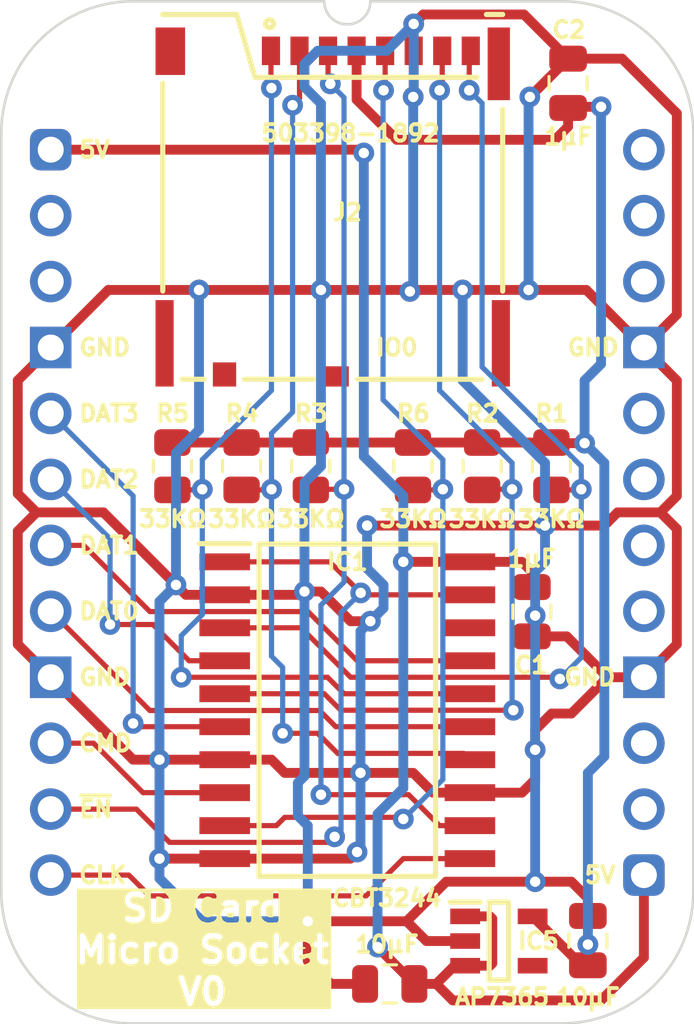
<source format=kicad_pcb>
(kicad_pcb (version 20240108) (generator "pcbnew") (generator_version "8.0")
  (title_block (title "SD Card Micro Socket") (date "2024-07-05") (rev "V0"))
  (layers (0 "F.Cu" signal) (31 "B.Cu" signal) (34 "B.Paste" user) (35 "F.Paste" user) (36 "B.SilkS" user "B.Silkscreen") (37 "F.SilkS" user "F.Silkscreen") (38 "B.Mask" user) (39 "F.Mask" user) (44 "Edge.Cuts" user))
  (net 0 "")
  (net 1 "GND")
  (net 2 "5V")
  (net 3 "Net-(IC1-2B1)")
  (net 4 "SD CMD")
  (net 5 "Net-(IC1-2B3)")
  (net 7 "~{SD Card Enable}")
  (net 8 "Net-(IC1-1B4)")
  (net 9 "Net-(IC1-1B3)")
  (net 10 "DAT1")
  (net 11 "DAT0")
  (net 12 "Net-(IC1-1B2)")
  (net 13 "Net-(IC1-2B4)")
  (net 14 "DAT2")
  (net 15 "DAT3")
  (net 16 "SD CLK")
  (net 20 "/3.3V")
  (footprint "SamacSys_Parts:R_0805" (layer "F.Cu") (at 16.637 12.192)
    (property "Reference" "R2" (at 0 -2.032 180) (layer "F.SilkS") (effects (font (size 0.635 0.635))))
    (property "Value" "33KΩ" (at 0 2.032 0) (layer "F.SilkS") (effects (font (size 0.635 0.635))))
    (fp_line (start -0.745 0.227064) (end -0.745 -0.227064) (stroke (width 0.12)) (layer "F.SilkS"))
    (fp_line (start 0.725 0.227064) (end 0.725 -0.227064) (stroke (width 0.12)) (layer "F.SilkS"))
    (pad "1" smd roundrect (at -0.01 0.9125 90) (size 1.025 1.4) (layers "F.Cu" "F.Paste" "F.Mask") (roundrect_rratio 0.243902) (net 5 "Net-(IC1-2B3)"))
    (pad "2" smd roundrect (at -0.01 -0.9125 90) (size 1.025 1.4) (layers "F.Cu" "F.Paste" "F.Mask") (roundrect_rratio 0.243902) (net 20 "/3.3V"))
  )
  (footprint "SamacSys_Parts:C_0805" (layer "F.Cu") (at 20.701 30.48)
    (property "Reference" "C4" (hide yes))
    (property "Value" "10µF" (at 0 2.159 0) (layer "F.SilkS") (effects (font (size 0.635 0.635))))
    (fp_line (start -0.735 0.245252) (end -0.735 -0.277252) (stroke (width 0.12)) (layer "F.SilkS"))
    (fp_line (start 0.735 0.245252) (end 0.735 -0.277252) (stroke (width 0.12)) (layer "F.SilkS"))
    (pad "1" smd roundrect (at 0 0.934 90) (size 1 1.45) (layers "F.Cu" "F.Paste" "F.Mask") (net 20 "/3.3V"))
    (pad "2" smd roundrect (at 0 -0.966 90) (size 1 1.45) (layers "F.Cu" "F.Paste" "F.Mask") (net 1 "GND"))
  )
  (footprint "SamacSys_Parts:R_0805" (layer "F.Cu") (at 7.366 12.192)
    (property "Reference" "R4" (at 0 -2.032 180) (layer "F.SilkS") (effects (font (size 0.635 0.635))))
    (property "Value" "33KΩ" (at 0 2.032 0) (layer "F.SilkS") (effects (font (size 0.635 0.635))))
    (fp_line (start -0.745 0.227064) (end -0.745 -0.227064) (stroke (width 0.12)) (layer "F.SilkS"))
    (fp_line (start 0.725 0.227064) (end 0.725 -0.227064) (stroke (width 0.12)) (layer "F.SilkS"))
    (pad "1" smd roundrect (at -0.01 0.9125 90) (size 1.025 1.4) (layers "F.Cu" "F.Paste" "F.Mask") (roundrect_rratio 0.243902) (net 9 "Net-(IC1-1B3)"))
    (pad "2" smd roundrect (at -0.01 -0.9125 90) (size 1.025 1.4) (layers "F.Cu" "F.Paste" "F.Mask") (roundrect_rratio 0.243902) (net 20 "/3.3V"))
  )
  (footprint "SamacSys_Parts:R_0805" (layer "F.Cu") (at 19.304 12.192)
    (property "Reference" "R1" (at 0 -2.032 180) (layer "F.SilkS") (effects (font (size 0.635 0.635))))
    (property "Value" "33KΩ" (at 0 2.032 0) (layer "F.SilkS") (effects (font (size 0.635 0.635))))
    (fp_line (start -0.745 0.227064) (end -0.745 -0.227064) (stroke (width 0.12)) (layer "F.SilkS"))
    (fp_line (start 0.725 0.227064) (end 0.725 -0.227064) (stroke (width 0.12)) (layer "F.SilkS"))
    (pad "1" smd roundrect (at -0.01 0.9125 90) (size 1.025 1.4) (layers "F.Cu" "F.Paste" "F.Mask") (roundrect_rratio 0.243902) (net 13 "Net-(IC1-2B4)"))
    (pad "2" smd roundrect (at -0.01 -0.9125 90) (size 1.025 1.4) (layers "F.Cu" "F.Paste" "F.Mask") (roundrect_rratio 0.243902) (net 20 "/3.3V"))
  )
  (footprint "SamacSys_Parts:R_0805" (layer "F.Cu") (at 4.699 12.192)
    (property "Reference" "R5" (at 0 -2.032 180) (layer "F.SilkS") (effects (font (size 0.635 0.635))))
    (property "Value" "33KΩ" (at 0 2.032 0) (layer "F.SilkS") (effects (font (size 0.635 0.635))))
    (fp_line (start -0.745 0.227064) (end -0.745 -0.227064) (stroke (width 0.12)) (layer "F.SilkS"))
    (fp_line (start 0.725 0.227064) (end 0.725 -0.227064) (stroke (width 0.12)) (layer "F.SilkS"))
    (pad "1" smd roundrect (at -0.01 0.9125 90) (size 1.025 1.4) (layers "F.Cu" "F.Paste" "F.Mask") (roundrect_rratio 0.243902) (net 12 "Net-(IC1-1B2)"))
    (pad "2" smd roundrect (at -0.01 -0.9125 90) (size 1.025 1.4) (layers "F.Cu" "F.Paste" "F.Mask") (roundrect_rratio 0.243902) (net 20 "/3.3V"))
  )
  (footprint "SamacSys_Parts:DIP-24_Board_W22.86mm" (layer "F.Cu") (at 0 0)
    (property "Reference" "J1" (hide yes))
    (property "Value" "Conn_02x12_Counter_Clockwise" (hide yes))
    (fp_line (start -1.905 -0.635) (end -1.905 28.575) (stroke (width 0.1)) (layer "Edge.Cuts"))
    (fp_line (start 10.541 -5.715) (end 3.175 -5.715) (stroke (width 0.1)) (layer "Edge.Cuts"))
    (fp_line (start 19.685 -5.715) (end 12.319 -5.715) (stroke (width 0.1)) (layer "Edge.Cuts"))
    (fp_line (start 19.685 33.655) (end 3.175 33.655) (stroke (width 0.1)) (layer "Edge.Cuts"))
    (fp_line (start 24.765 28.575) (end 24.765 -0.635) (stroke (width 0.1)) (layer "Edge.Cuts"))
    (fp_arc (start -1.905 -0.635) (mid -0.417102 -4.227102) (end 3.175 -5.715) (stroke (width 0.1)) (layer "Edge.Cuts"))
    (fp_arc (start 3.175 33.655) (mid -0.417102 32.167102) (end -1.905 28.575) (stroke (width 0.1)) (layer "Edge.Cuts"))
    (fp_arc (start 12.319 -5.715) (mid 11.43 -4.826) (end 10.541 -5.715) (stroke (width 0.1)) (layer "Edge.Cuts"))
    (fp_arc (start 19.685 -5.715) (mid 23.277102 -4.227102) (end 24.765 -0.635) (stroke (width 0.1)) (layer "Edge.Cuts"))
    (fp_arc (start 24.765 28.575) (mid 23.277102 32.167102) (end 19.685 33.655) (stroke (width 0.1)) (layer "Edge.Cuts"))
    (pad "1" thru_hole roundrect (at 0 0) (size 1.6 1.6) (drill 1) (layers "*.Cu" "*.Mask") (net 2 "5V"))
    (pad "2" thru_hole oval (at 0 2.54) (size 1.6 1.6) (drill 1) (layers "*.Cu" "*.Mask"))
    (pad "3" thru_hole oval (at 0 5.08) (size 1.6 1.6) (drill 1) (layers "*.Cu" "*.Mask"))
    (pad "4" thru_hole rect (at 0 7.62) (size 1.6 1.6) (drill 1) (layers "*.Cu" "*.Mask") (net 1 "GND"))
    (pad "5" thru_hole oval (at 0 10.16) (size 1.6 1.6) (drill 1) (layers "*.Cu" "*.Mask") (net 15 "DAT3"))
    (pad "6" thru_hole oval (at 0 12.7) (size 1.6 1.6) (drill 1) (layers "*.Cu" "*.Mask") (net 14 "DAT2"))
    (pad "7" thru_hole oval (at 0 15.24) (size 1.6 1.6) (drill 1) (layers "*.Cu" "*.Mask") (net 10 "DAT1"))
    (pad "8" thru_hole oval (at 0 17.78) (size 1.6 1.6) (drill 1) (layers "*.Cu" "*.Mask") (net 11 "DAT0"))
    (pad "9" thru_hole rect (at 0 20.32) (size 1.6 1.6) (drill 1) (layers "*.Cu" "*.Mask") (net 1 "GND"))
    (pad "10" thru_hole oval (at 0 22.86) (size 1.6 1.6) (drill 1) (layers "*.Cu" "*.Mask") (net 4 "SD CMD"))
    (pad "11" thru_hole oval (at 0 25.4) (size 1.6 1.6) (drill 1) (layers "*.Cu" "*.Mask") (net 7 "~{SD Card Enable}"))
    (pad "12" thru_hole oval (at 0 27.94) (size 1.6 1.6) (drill 1) (layers "*.Cu" "*.Mask") (net 16 "SD CLK"))
    (pad "13" thru_hole roundrect (at 22.86 27.94) (size 1.6 1.6) (drill 1) (layers "*.Cu" "*.Mask") (net 2 "5V"))
    (pad "14" thru_hole oval (at 22.86 25.4) (size 1.6 1.6) (drill 1) (layers "*.Cu" "*.Mask"))
    (pad "15" thru_hole oval (at 22.86 22.86) (size 1.6 1.6) (drill 1) (layers "*.Cu" "*.Mask"))
    (pad "16" thru_hole rect (at 22.86 20.32) (size 1.6 1.6) (drill 1) (layers "*.Cu" "*.Mask") (net 1 "GND"))
    (pad "17" thru_hole oval (at 22.86 17.78 180) (size 1.6 1.6) (drill 1) (layers "*.Cu" "*.Mask"))
    (pad "18" thru_hole oval (at 22.86 15.24 180) (size 1.6 1.6) (drill 1) (layers "*.Cu" "*.Mask"))
    (pad "19" thru_hole oval (at 22.86 12.7 180) (size 1.6 1.6) (drill 1) (layers "*.Cu" "*.Mask"))
    (pad "20" thru_hole oval (at 22.86 10.16 180) (size 1.6 1.6) (drill 1) (layers "*.Cu" "*.Mask"))
    (pad "21" thru_hole rect (at 22.86 7.62) (size 1.6 1.6) (drill 1) (layers "*.Cu" "*.Mask") (net 1 "GND"))
    (pad "22" thru_hole oval (at 22.86 5.08) (size 1.6 1.6) (drill 1) (layers "*.Cu" "*.Mask"))
    (pad "23" thru_hole oval (at 22.86 2.54) (size 1.6 1.6) (drill 1) (layers "*.Cu" "*.Mask"))
    (pad "24" thru_hole oval (at 22.86 0) (size 1.6 1.6) (drill 1) (layers "*.Cu" "*.Mask"))
  )
  (footprint "SamacSys_Parts:R_0805" (layer "F.Cu") (at 13.97 12.192)
    (property "Reference" "R6" (at 0 -2.032 0) (layer "F.SilkS") (effects (font (size 0.635 0.635))))
    (property "Value" "33KΩ" (at 0 2.032 0) (layer "F.SilkS") (effects (font (size 0.635 0.635))))
    (fp_line (start -0.745 0.227064) (end -0.745 -0.227064) (stroke (width 0.12)) (layer "F.SilkS"))
    (fp_line (start 0.725 0.227064) (end 0.725 -0.227064) (stroke (width 0.12)) (layer "F.SilkS"))
    (pad "1" smd roundrect (at -0.01 0.9125 90) (size 1.025 1.4) (layers "F.Cu" "F.Paste" "F.Mask") (roundrect_rratio 0.243902) (net 3 "Net-(IC1-2B1)"))
    (pad "2" smd roundrect (at -0.01 -0.9125 90) (size 1.025 1.4) (layers "F.Cu" "F.Paste" "F.Mask") (roundrect_rratio 0.243902) (net 20 "/3.3V"))
  )
  (footprint "SamacSys_Parts:SOT95P285X130-5N" (layer "F.Cu") (at 17.272 30.48)
    (property "Reference" "IC5" (at 1.524 0 0) (layer "F.SilkS") (effects (font (size 0.635 0.635))))
    (property "Value" "AP7365-33WG-7" (hide yes))
    (property "Silkscreen" "AP7365" (at 0.127 2.159 0) (layer "F.SilkS") (effects (font (size 0.635 0.635))))
    (fp_line (start -1.875 -1.5) (end -0.725 -1.5) (stroke (width 0.2)) (layer "F.SilkS"))
    (fp_line (start -0.375 -1.5) (end 0.375 -1.5) (stroke (width 0.2)) (layer "F.SilkS"))
    (fp_line (start -0.375 1.5) (end -0.375 -1.5) (stroke (width 0.2)) (layer "F.SilkS"))
    (fp_line (start 0.375 -1.5) (end 0.375 1.5) (stroke (width 0.2)) (layer "F.SilkS"))
    (fp_line (start 0.375 1.5) (end -0.375 1.5) (stroke (width 0.2)) (layer "F.SilkS"))
    (pad "1" smd rect (at -1.3 -0.95 90) (size 0.6 1.15) (layers "F.Cu" "F.Paste" "F.Mask") (net 2 "5V"))
    (pad "2" smd rect (at -1.3 0 90) (size 0.6 1.15) (layers "F.Cu" "F.Paste" "F.Mask") (net 1 "GND"))
    (pad "3" smd rect (at -1.3 0.95 90) (size 0.6 1.15) (layers "F.Cu" "F.Paste" "F.Mask") (net 2 "5V"))
    (pad "4" smd rect (at 1.3 0.95 90) (size 0.6 1.15) (layers "F.Cu" "F.Paste" "F.Mask"))
    (pad "5" smd rect (at 1.3 -0.95 90) (size 0.6 1.15) (layers "F.Cu" "F.Paste" "F.Mask") (net 20 "/3.3V"))
  )
  (footprint "SamacSys_Parts:503398-1892" (layer "F.Cu") (at 11.43 2.413 -90)
    (property "Reference" "J2" (at 0 0 180) (layer "F.SilkS") (effects (font (size 0.635 0.635) (thickness 0.15) (bold yes))))
    (property "Value" "503398-1892" (hide yes))
    (property "Silkscreen" "503398-1892" (at -3.048 -0.127 0) (layer "F.SilkS") (effects (font (size 0.635 0.635))))
    (fp_line (start -7.62 7.112) (end -7.62 4.263) (stroke (width 0.2)) (layer "F.SilkS"))
    (fp_line (start -4.97 7.112) (end 3.028 7.112) (stroke (width 0.2)) (layer "F.SilkS"))
    (fp_line (start 6.43 6.372) (end 6.43 5.512) (stroke (width 0.2)) (layer "F.SilkS"))
    (fp_line (start -7.62 4.263) (end -5.2 3.558) (stroke (width 0.2)) (layer "F.SilkS"))
    (fp_line (start 6.43 3.962) (end 6.43 1.312) (stroke (width 0.2)) (layer "F.SilkS"))
    (fp_line (start -5.2 3.558) (end -5.2 -4.997) (stroke (width 0.2)) (layer "F.SilkS"))
    (fp_line (start 6.43 -0.388) (end 6.43 -5.188) (stroke (width 0.2)) (layer "F.SilkS"))
    (fp_line (start -7.62 -5.988) (end -7.62 -5.362) (stroke (width 0.2)) (layer "F.SilkS"))
    (fp_line (start -3.97 -5.988) (end 3.03 -5.988) (stroke (width 0.2)) (layer "F.SilkS"))
    (fp_circle (center -7.264 2.996) (end -7.20943 2.996) (stroke (width 0.2)) (fill none) (layer "F.SilkS"))
    (pad "1" smd rect (at -6.22 2.942) (size 0.7 1.1) (layers "F.Cu" "F.Paste" "F.Mask") (net 12 "Net-(IC1-1B2)"))
    (pad "2" smd rect (at -6.22 1.842) (size 0.7 1.1) (layers "F.Cu" "F.Paste" "F.Mask") (net 9 "Net-(IC1-1B3)"))
    (pad "3" smd rect (at -6.22 0.742) (size 0.7 1.1) (layers "F.Cu" "F.Paste" "F.Mask") (net 8 "Net-(IC1-1B4)"))
    (pad "4" smd rect (at -6.22 -0.358) (size 0.7 1.1) (layers "F.Cu" "F.Paste" "F.Mask") (net 20 "/3.3V"))
    (pad "5" smd rect (at -6.22 -1.458) (size 0.7 1.1) (layers "F.Cu" "F.Paste" "F.Mask") (net 3 "Net-(IC1-2B1)"))
    (pad "6" smd rect (at -6.22 -2.558) (size 0.7 1.1) (layers "F.Cu" "F.Paste" "F.Mask") (net 1 "GND"))
    (pad "7" smd rect (at -6.22 -3.658) (size 0.7 1.1) (layers "F.Cu" "F.Paste" "F.Mask") (net 5 "Net-(IC1-2B3)"))
    (pad "8" smd rect (at -6.22 -4.758) (size 0.7 1.1) (layers "F.Cu" "F.Paste" "F.Mask") (net 13 "Net-(IC1-2B4)"))
    (pad "9" smd rect (at 6.245 4.732) (size 0.9 0.93) (layers "F.Cu" "F.Paste" "F.Mask"))
    (pad "10" smd rect (at 6.32 0.467 90) (size 0.78 1.05) (layers "F.Cu" "F.Paste" "F.Mask"))
    (pad "11" smd rect (at 5.045 -5.918) (size 0.7 3.33) (layers "F.Cu" "F.Paste" "F.Mask"))
    (pad "12" smd rect (at -5.72 -5.838) (size 0.86 2.8) (layers "F.Cu" "F.Paste" "F.Mask"))
    (pad "13" smd rect (at -6.205 6.822) (size 1.14 1.83) (layers "F.Cu" "F.Paste" "F.Mask"))
    (pad "14" smd rect (at 5.045 7.042) (size 0.7 3.33) (layers "F.Cu" "F.Paste" "F.Mask"))
  )
  (footprint "SamacSys_Parts:R_0805" (layer "F.Cu") (at 10.033 12.192)
    (property "Reference" "R3" (at 0 -2.032 180) (layer "F.SilkS") (effects (font (size 0.635 0.635))))
    (property "Value" "33KΩ" (at 0 2.032 0) (layer "F.SilkS") (effects (font (size 0.635 0.635))))
    (fp_line (start -0.745 0.227064) (end -0.745 -0.227064) (stroke (width 0.12)) (layer "F.SilkS"))
    (fp_line (start 0.725 0.227064) (end 0.725 -0.227064) (stroke (width 0.12)) (layer "F.SilkS"))
    (pad "1" smd roundrect (at -0.01 0.9125 90) (size 1.025 1.4) (layers "F.Cu" "F.Paste" "F.Mask") (roundrect_rratio 0.243902) (net 8 "Net-(IC1-1B4)"))
    (pad "2" smd roundrect (at -0.01 -0.9125 90) (size 1.025 1.4) (layers "F.Cu" "F.Paste" "F.Mask") (roundrect_rratio 0.243902) (net 20 "/3.3V"))
  )
  (footprint "SamacSys_Parts:SOIC127P1032X265-20N" (layer "F.Cu") (at 11.43 21.59)
    (property "Reference" "IC1" (at 0 -5.715 0) (layer "F.SilkS") (effects (font (size 0.635 0.635))))
    (property "Value" "CBT3244AD,112" (hide yes))
    (fp_line (start -5.7 -6.415) (end -3.75 -6.415) (stroke (width 0.2)) (layer "F.SilkS"))
    (fp_line (start -3.4 -6.4) (end 3.4 -6.4) (stroke (width 0.2)) (layer "F.SilkS"))
    (fp_line (start -3.4 6.4) (end -3.4 -6.4) (stroke (width 0.2)) (layer "F.SilkS"))
    (fp_line (start 3.4 -6.4) (end 3.4 6.4) (stroke (width 0.2)) (layer "F.SilkS"))
    (fp_line (start 3.4 6.4) (end -3.4 6.4) (stroke (width 0.2)) (layer "F.SilkS"))
    (fp_text user "${Silkscreen}" (at 1.524 7.239 0) (layer "F.SilkS") (effects (font (size 0.635 0.635))))
    (pad "1" smd rect (at -4.725 -5.715 90) (size 0.65 1.95) (layers "F.Cu" "F.Paste" "F.Mask") (net 7 "~{SD Card Enable}"))
    (pad "2" smd rect (at -4.725 -4.445 90) (size 0.65 1.95) (layers "F.Cu" "F.Paste" "F.Mask") (net 1 "GND"))
    (pad "3" smd rect (at -4.725 -3.175 90) (size 0.65 1.95) (layers "F.Cu" "F.Paste" "F.Mask") (net 13 "Net-(IC1-2B4)"))
    (pad "4" smd rect (at -4.725 -1.905 90) (size 0.65 1.95) (layers "F.Cu" "F.Paste" "F.Mask") (net 14 "DAT2"))
    (pad "5" smd rect (at -4.725 -0.635 90) (size 0.65 1.95) (layers "F.Cu" "F.Paste" "F.Mask") (net 5 "Net-(IC1-2B3)"))
    (pad "6" smd rect (at -4.725 0.635 90) (size 0.65 1.95) (layers "F.Cu" "F.Paste" "F.Mask") (net 15 "DAT3"))
    (pad "7" smd rect (at -4.725 1.905 90) (size 0.65 1.95) (layers "F.Cu" "F.Paste" "F.Mask") (net 1 "GND"))
    (pad "8" smd rect (at -4.725 3.175 90) (size 0.65 1.95) (layers "F.Cu" "F.Paste" "F.Mask") (net 4 "SD CMD"))
    (pad "9" smd rect (at -4.725 4.445 90) (size 0.65 1.95) (layers "F.Cu" "F.Paste" "F.Mask") (net 3 "Net-(IC1-2B1)"))
    (pad "10" smd rect (at -4.725 5.715 90) (size 0.65 1.95) (layers "F.Cu" "F.Paste" "F.Mask") (net 1 "GND"))
    (pad "11" smd rect (at 4.725 5.715 90) (size 0.65 1.95) (layers "F.Cu" "F.Paste" "F.Mask") (net 16 "SD CLK"))
    (pad "12" smd rect (at 4.725 4.445 90) (size 0.65 1.95) (layers "F.Cu" "F.Paste" "F.Mask") (net 8 "Net-(IC1-1B4)"))
    (pad "13" smd rect (at 4.725 3.175 90) (size 0.65 1.95) (layers "F.Cu" "F.Paste" "F.Mask") (net 1 "GND"))
    (pad "14" smd rect (at 4.725 1.905 90) (size 0.65 1.95) (layers "F.Cu" "F.Paste" "F.Mask") (net 9 "Net-(IC1-1B3)"))
    (pad "15" smd rect (at 4.725 0.635 90) (size 0.65 1.95) (layers "F.Cu" "F.Paste" "F.Mask") (net 11 "DAT0"))
    (pad "16" smd rect (at 4.725 -0.635 90) (size 0.65 1.95) (layers "F.Cu" "F.Paste" "F.Mask") (net 12 "Net-(IC1-1B2)"))
    (pad "17" smd rect (at 4.725 -1.905 90) (size 0.65 1.95) (layers "F.Cu" "F.Paste" "F.Mask") (net 10 "DAT1"))
    (pad "18" smd rect (at 4.725 -3.175 90) (size 0.65 1.95) (layers "F.Cu" "F.Paste" "F.Mask"))
    (pad "19" smd rect (at 4.725 -4.445 90) (size 0.65 1.95) (layers "F.Cu" "F.Paste" "F.Mask") (net 7 "~{SD Card Enable}"))
    (pad "20" smd rect (at 4.725 -5.715 90) (size 0.65 1.95) (layers "F.Cu" "F.Paste" "F.Mask") (net 2 "5V"))
  )
  (footprint "SamacSys_Parts:C_0805" (layer "F.Cu") (at 19.939 -2.54)
    (property "Reference" "C2" (at 0.026999 -2.075 0) (layer "F.SilkS") (effects (font (size 0.635 0.635))))
    (property "Value" "1μF" (at 0 2.032 0) (layer "F.SilkS") (effects (font (size 0.635 0.635))))
    (fp_line (start -0.735 0.245252) (end -0.735 -0.277252) (stroke (width 0.12)) (layer "F.SilkS"))
    (fp_line (start 0.735 0.245252) (end 0.735 -0.277252) (stroke (width 0.12)) (layer "F.SilkS"))
    (pad "1" smd roundrect (at 0 0.934 90) (size 1 1.45) (layers "F.Cu" "F.Paste" "F.Mask") (net 20 "/3.3V"))
    (pad "2" smd roundrect (at 0 -0.966 90) (size 1 1.45) (layers "F.Cu" "F.Paste" "F.Mask") (net 1 "GND"))
  )
  (footprint "SamacSys_Parts:C_0805" (layer "F.Cu") (at 13.081 32.131 90)
    (property "Reference" "C3" (hide yes))
    (property "Value" "10µF" (at 1.524 -0.127 180) (layer "F.SilkS") (effects (font (size 0.635 0.635))))
    (fp_line (start 0.735 0.245252) (end 0.735 -0.277252) (stroke (width 0.12)) (layer "F.SilkS"))
    (fp_line (start -0.735 0.245252) (end -0.735 -0.277252) (stroke (width 0.12)) (layer "F.SilkS"))
    (pad "1" smd roundrect (at 0 0.934 180) (size 1 1.45) (layers "F.Cu" "F.Paste" "F.Mask") (net 2 "5V"))
    (pad "2" smd roundrect (at 0 -0.966 180) (size 1 1.45) (layers "F.Cu" "F.Paste" "F.Mask") (net 1 "GND"))
  )
  (footprint "SamacSys_Parts:C_0805" (layer "F.Cu") (at 18.542 17.78 180)
    (property "Reference" "C1" (at 0.026999 -2.075 0) (layer "F.SilkS") (effects (font (size 0.635 0.635))))
    (property "Value" "1μF" (at 0 2.032 0) (layer "F.SilkS") (effects (font (size 0.635 0.635))))
    (fp_line (start 0.735 0.245252) (end 0.735 -0.277252) (stroke (width 0.12)) (layer "F.SilkS"))
    (fp_line (start -0.735 0.245252) (end -0.735 -0.277252) (stroke (width 0.12)) (layer "F.SilkS"))
    (pad "1" smd roundrect (at 0 0.934 270) (size 1 1.45) (layers "F.Cu" "F.Paste" "F.Mask") (net 2 "5V"))
    (pad "2" smd roundrect (at 0 -0.966 270) (size 1 1.45) (layers "F.Cu" "F.Paste" "F.Mask") (net 1 "GND"))
  )
  (footprint "SamacSys_Parts:PinHeader_1x12_P2.54mm_Vertical" (layer "B.Cu") (at 22.86 0 180)
    (property "Reference" "J4" (hide yes))
    (property "Value" "Pin_Header_01x12")
  )
  (footprint "SamacSys_Parts:PinHeader_1x12_P2.54mm_Vertical" (layer "B.Cu") (at 0 0 180)
    (property "Reference" "J3" (hide yes))
    (property "Value" "Pin_Header_01x12")
  )
  (gr_text "GND" (at 1.016 20.32 0) (layer "F.SilkS") (effects (font (size 0.635 0.635) (thickness 0.15) (bold yes)) (justify left)))
  (gr_text "DAT0" (at 1.016 17.78 0) (layer "F.SilkS") (effects (font (size 0.635 0.635) (thickness 0.15) (bold yes)) (justify left)))
  (gr_text "CLK" (at 1.016 27.94 0) (layer "F.SilkS") (effects (font (size 0.635 0.635) (thickness 0.15) (bold yes)) (justify left)))
  (gr_text "SD Card\nMicro Socket\nV0" (at 5.842 33.02 0) (layer "F.SilkS" knockout) (effects (font (size 1 1) (thickness 0.2) (bold yes)) (justify bottom)))
  (gr_text "5V" (at 1.016 0 0) (layer "F.SilkS") (effects (font (size 0.635 0.635) (thickness 0.15) (bold yes)) (justify left)))
  (gr_text "GND" (at 21.971 7.62 0) (layer "F.SilkS") (effects (font (size 0.635 0.635) (thickness 0.15) (bold yes)) (justify right)))
  (gr_text "GND" (at 1.016 7.62 0) (layer "F.SilkS") (effects (font (size 0.635 0.635) (thickness 0.15) (bold yes)) (justify left)))
  (gr_text "DAT1" (at 1.016 15.24 0) (layer "F.SilkS") (effects (font (size 0.635 0.635) (thickness 0.15) (bold yes)) (justify left)))
  (gr_text "CMD" (at 1.016 22.86 0) (layer "F.SilkS") (effects (font (size 0.635 0.635) (thickness 0.15) (bold yes)) (justify left)))
  (gr_text "IO0" (at 14.224 7.62 0) (layer "F.SilkS") (effects (font (size 0.635 0.635) (thickness 0.15) (bold yes)) (justify right)))
  (gr_text "~{EN}" (at 1.016 25.4 0) (layer "F.SilkS") (effects (font (size 0.635 0.635) (thickness 0.15) (bold yes)) (justify left)))
  (gr_text "GND" (at 21.844 20.32 0) (layer "F.SilkS") (effects (font (size 0.635 0.635) (thickness 0.15) (bold yes)) (justify right)))
  (gr_text "DAT2" (at 1.016 12.7 0) (layer "F.SilkS") (effects (font (size 0.635 0.635) (thickness 0.15) (bold yes)) (justify left)))
  (gr_text "5V" (at 21.844 27.94 0) (layer "F.SilkS") (effects (font (size 0.635 0.635) (thickness 0.15) (bold yes)) (justify right)))
  (gr_text "DAT3" (at 1.016 10.16 0) (layer "F.SilkS") (effects (font (size 0.635 0.635) (thickness 0.15) (bold yes)) (justify left)))
  (segment (start 18.669 22.352) (end 19.304 21.717) (width 0.38) (layer "F.Cu") (net 1))
  (segment (start 19.939 -3.506) (end 18.238 -5.207) (width 0.38) (layer "F.Cu") (net 1))
  (segment (start 18.465002 -2.032002) (end 18.465002 -2.032) (width 0.38) (layer "F.Cu") (net 1))
  (segment (start 0 7.62) (end 2.217 5.403) (width 0.38) (layer "F.Cu") (net 1))
  (segment (start 19.304 21.717) (end 20.066 21.717) (width 0.38) (layer "F.Cu") (net 1))
  (segment (start 13.901 5.403) (end 15.875 5.403) (width 0.38) (layer "F.Cu") (net 1))
  (segment (start 6.705 27.305) (end 11.551 27.305) (width 0.38) (layer "F.Cu") (net 1))
  (segment (start 21.463 20.32) (end 22.86 20.32) (width 0.38) (layer "F.Cu") (net 1))
  (segment (start 6.705 23.495) (end 3.175 23.495) (width 0.38) (layer "F.Cu") (net 1))
  (segment (start 9.906 31.242) (end 9.906 29.717998) (width 0.38) (layer "F.Cu") (net 1))
  (segment (start -1.27 13.247729) (end -1.27 8.89) (width 0.38) (layer "F.Cu") (net 1))
  (segment (start 19.889 18.746) (end 21.463 20.32) (width 0.38) (layer "F.Cu") (net 1))
  (segment (start -1.27 8.89) (end 0 7.62) (width 0.38) (layer "F.Cu") (net 1))
  (segment (start -0.547729 13.97) (end 2.032 13.97) (width 0.38) (layer "F.Cu") (net 1))
  (segment (start 6.705 17.145) (end 5.207 17.145) (width 0.38) (layer "F.Cu") (net 1))
  (segment (start 9.779 17.018) (end 10.414 17.018) (width 0.38) (layer "F.Cu") (net 1))
  (segment (start 5.207 17.145) (end 4.826 16.764) (width 0.38) (layer "F.Cu") (net 1))
  (segment (start 13.988 -3.807) (end 13.988 -2.05) (width 0.38) (layer "F.Cu") (net 1))
  (segment (start 13.785 5.403) (end 10.414 5.403) (width 0.38) (layer "F.Cu") (net 1))
  (segment (start 13.988 -4.844) (end 13.987997 -4.843997) (width 0.38) (layer "F.Cu") (net 1))
  (segment (start 10.414 17.018) (end 11.557 18.161) (width 0.38) (layer "F.Cu") (net 1))
  (segment (start -0.547729 13.97) (end -1.27 13.247729) (width 0.38) (layer "F.Cu") (net 1))
  (segment (start 11.557 18.161) (end 12.319 18.161) (width 0.38) (layer "F.Cu") (net 1))
  (segment (start 13.988 -3.807) (end 13.988 -4.844) (width 0.38) (layer "F.Cu") (net 1))
  (segment (start 14.732 24.765) (end 13.97 24.003) (width 0.38) (layer "F.Cu") (net 1))
  (segment (start 13.715998 29.717998) (end 9.906 29.717998) (width 0.38) (layer "F.Cu") (net 1))
  (segment (start 19.939 -3.506) (end 22.021 -3.506) (width 0.38) (layer "F.Cu") (net 1))
  (segment (start 6.705 17.145) (end 9.652 17.145) (width 0.38) (layer "F.Cu") (net 1))
  (segment (start 18.161 24.765) (end 18.669 24.257) (width 0.38) (layer "F.Cu") (net 1))
  (segment (start 11.551 27.305) (end 11.805 27.051) (width 0.38) (layer "F.Cu") (net 1))
  (segment (start -1.27 19.05) (end -1.27 14.692271) (width 0.38) (layer "F.Cu") (net 1))
  (segment (start 16.155 24.765) (end 18.161 24.765) (width 0.38) (layer "F.Cu") (net 1))
  (segment (start 20.701 29.514) (end 20.701 28.829) (width 0.38) (layer "F.Cu") (net 1))
  (segment (start 20.066 21.717) (end 21.463 20.32) (width 0.38) (layer "F.Cu") (net 1))
  (segment (start 19.05 14.478) (end 12.192004 14.478) (width 0.38) (layer "F.Cu") (net 1))
  (segment (start 20.065996 28.193996) (end 18.669 28.193996) (width 0.38) (layer "F.Cu") (net 1))
  (segment (start 19.05 14.478) (end 21.336 14.478) (width 0.38) (layer "F.Cu") (net 1))
  (segment (start 20.701 28.829) (end 20.065996 28.193996) (width 0.38) (layer "F.Cu") (net 1))
  (segment (start 15.24 28.193996) (end 18.669 28.193996) (width 0.38) (layer "F.Cu") (net 1))
  (segment (start 20.643 5.403) (end 22.86 7.62) (width 0.38) (layer "F.Cu") (net 1))
  (segment (start 13.715998 29.717998) (end 15.24 28.193996) (width 0.38) (layer "F.Cu") (net 1))
  (segment (start 24.13 8.89) (end 22.86 7.62) (width 0.38) (layer "F.Cu") (net 1))
  (segment (start 18.669 24.257) (end 18.669 23.114) (width 0.38) (layer "F.Cu") (net 1))
  (segment (start 10.414 5.403) (end 5.715 5.403) (width 0.38) (layer "F.Cu") (net 1))
  (segment (start 15.875 5.403) (end 20.643 5.403) (width 0.38) (layer "F.Cu") (net 1))
  (segment (start 18.238 -5.207) (end 14.351 -5.207) (width 0.38) (layer "F.Cu") (net 1))
  (segment (start 15.972 30.48) (end 14.478 30.48) (width 0.38) (layer "F.Cu") (net 1))
  (segment (start 24.13 19.05) (end 24.13 14.605) (width 0.38) (layer "F.Cu") (net 1))
  (segment (start 11.938 24.003) (end 9.017 24.003) (width 0.38) (layer "F.Cu") (net 1))
  (segment (start -1.27 14.692271) (end -0.547729 13.97) (width 0.38) (layer "F.Cu") (net 1))
  (segment (start 16.155 24.765) (end 14.732 24.765) (width 0.38) (layer "F.Cu") (net 1))
  (segment (start 0 20.32) (end -1.27 19.05) (width 0.38) (layer "F.Cu") (net 1))
  (segment (start 2.217 5.403) (end 5.715 5.403) (width 0.38) (layer "F.Cu") (net 1))
  (segment (start 9.017 24.003) (end 8.509 23.495) (width 0.38) (layer "F.Cu") (net 1))
  (segment (start 13.988 -2.05) (end 13.97 -2.032) (width 0.38) (layer "F.Cu") (net 1))
  (segment (start 24.13 14.605) (end 23.495 13.97) (width 0.38) (layer "F.Cu") (net 1))
  (segment (start 21.336 14.478) (end 21.844 13.97) (width 0.38) (layer "F.Cu") (net 1))
  (segment (start 13.97 24.003) (end 11.938 24.003) (width 0.38) (layer "F.Cu") (net 1))
  (segment (start 24.13 -1.397) (end 24.13 6.35) (width 0.38) (layer "F.Cu") (net 1))
  (segment (start 18.542 18.746) (end 19.889 18.746) (width 0.38) (layer "F.Cu") (net 1))
  (segment (start 8.509 23.495) (end 6.705 23.495) (width 0.38) (layer "F.Cu") (net 1))
  (segment (start 14.351 -5.207) (end 13.987997 -4.843997) (width 0.38) (layer "F.Cu") (net 1))
  (segment (start 19.939 -3.506) (end 18.465002 -2.032002) (width 0.38) (layer "F.Cu") (net 1))
  (segment (start 2.032 13.97) (end 4.826 16.764) (width 0.38) (layer "F.Cu") (net 1))
  (segment (start 24.13 6.35) (end 22.86 7.62) (width 0.38) (layer "F.Cu") (net 1))
  (segment (start 21.844 13.97) (end 23.495 13.97) (width 0.38) (layer "F.Cu") (net 1))
  (segment (start 14.478 30.48) (end 13.715998 29.717998) (width 0.38) (layer "F.Cu") (net 1))
  (segment (start 18.669 23.114) (end 18.669 22.352) (width 0.38) (layer "F.Cu") (net 1))
  (segment (start 22.86 20.32) (end 24.13 19.05) (width 0.38) (layer "F.Cu") (net 1))
  (segment (start 13.843 5.461) (end 13.785 5.403) (width 0.38) (layer "F.Cu") (net 1))
  (segment (start 9.652 17.145) (end 9.779 17.018) (width 0.38) (layer "F.Cu") (net 1))
  (segment (start 13.843 5.461) (end 13.901 5.403) (width 0.38) (layer "F.Cu") (net 1))
  (segment (start 23.495 13.97) (end 24.13 13.335) (width 0.38) (layer "F.Cu") (net 1))
  (segment (start 3.175 23.495) (end 0 20.32) (width 0.38) (layer "F.Cu") (net 1))
  (segment (start 12.115 32.131) (end 10.795 32.131) (width 0.38) (layer "F.Cu") (net 1))
  (segment (start 24.13 13.335) (end 24.13 8.89) (width 0.38) (layer "F.Cu") (net 1))
  (segment (start 6.705 27.305) (end 4.190996 27.305) (width 0.38) (layer "F.Cu") (net 1))
  (segment (start 10.795 32.131) (end 9.906 31.242) (width 0.38) (layer "F.Cu") (net 1))
  (segment (start 12.192004 14.478) (end 12.192 14.477996) (width 0.38) (layer "F.Cu") (net 1))
  (segment (start 22.021 -3.506) (end 24.13 -1.397) (width 0.38) (layer "F.Cu") (net 1))
  (via (at 11.805 27.051) (size 0.8) (drill 0.4) (layers "F.Cu" "B.Cu") (net 1))
  (via (at 19.05 14.478) (size 0.8) (drill 0.4) (layers "F.Cu" "B.Cu") (net 1))
  (via (at 18.669 28.193996) (size 0.8) (drill 0.4) (layers "F.Cu" "B.Cu") (net 1))
  (via (at 12.192 14.477996) (size 0.8) (drill 0.4) (layers "F.Cu" "B.Cu") (net 1))
  (via (at 9.906 29.717998) (size 0.8) (drill 0.4) (layers "F.Cu" "B.Cu") (net 1))
  (via (at 4.190996 27.305) (size 0.8) (drill 0.4) (layers "F.Cu" "B.Cu") (net 1))
  (via (at 18.415 5.403) (size 0.8) (drill 0.4) (layers "F.Cu" "B.Cu") (net 1))
  (via (at 18.465002 -2.032) (size 0.8) (drill 0.4) (layers "F.Cu" "B.Cu") (net 1))
  (via (at 18.669 23.114) (size 0.8) (drill 0.4) (layers "F.Cu" "B.Cu") (net 1))
  (via (at 13.97 -2.032) (size 0.8) (drill 0.4) (layers "F.Cu" "B.Cu") (net 1))
  (via (at 12.319 18.161) (size 0.8) (drill 0.4) (layers "F.Cu" "B.Cu") (net 1))
  (via (at 5.715 5.403) (size 0.8) (drill 0.4) (layers "F.Cu" "B.Cu") (net 1))
  (via (at 13.843 5.461) (size 0.8) (drill 0.4) (layers "F.Cu" "B.Cu") (net 1))
  (via (at 13.987997 -4.843997) (size 0.8) (drill 0.4) (layers "F.Cu" "B.Cu") (net 1))
  (via (at 4.191 23.495) (size 0.8) (drill 0.4) (layers "F.Cu" "B.Cu") (net 1))
  (via (at 15.875 5.403) (size 0.8) (drill 0.4) (layers "F.Cu" "B.Cu") (net 1))
  (via (at 18.669 17.946) (size 0.8) (drill 0.4) (layers "F.Cu" "B.Cu") (net 1))
  (via (at 9.779 17.018) (size 0.8) (drill 0.4) (layers "F.Cu" "B.Cu") (net 1))
  (via (at 4.826 16.764) (size 0.8) (drill 0.4) (layers "F.Cu" "B.Cu") (net 1))
  (via (at 11.938 24.003) (size 0.8) (drill 0.4) (layers "F.Cu" "B.Cu") (net 1))
  (via (at 10.414 5.403) (size 0.8) (drill 0.4) (layers "F.Cu" "B.Cu") (net 1))
  (segment (start 18.415 -1.981998) (end 18.465002 -2.032) (width 0.38) (layer "B.Cu") (net 1))
  (segment (start 12.319 18.161) (end 11.938 18.542) (width 0.38) (layer "B.Cu") (net 1))
  (segment (start 9.779 -3.302) (end 10.287 -3.81) (width 0.38) (layer "B.Cu") (net 1))
  (segment (start 19.05 15.875) (end 19.05 14.478) (width 0.38) (layer "B.Cu") (net 1))
  (segment (start 10.287 -3.81) (end 12.954 -3.81) (width 0.38) (layer "B.Cu") (net 1))
  (segment (start 4.826 16.764) (end 4.826 11.684) (width 0.38) (layer "B.Cu") (net 1))
  (segment (start 9.906 29.717998) (end 5.841998 29.717998) (width 0.38) (layer "B.Cu") (net 1))
  (segment (start 12.827 16.764) (end 12.192 16.129) (width 0.38) (layer "B.Cu") (net 1))
  (segment (start 11.938 18.542) (end 11.938 24.003) (width 0.38) (layer "B.Cu") (net 1))
  (segment (start 10.414 12.192) (end 10.414 5.403) (width 0.38) (layer "B.Cu") (net 1))
  (segment (start 9.525 24.384) (end 9.779 24.13) (width 0.38) (layer "B.Cu") (net 1))
  (segment (start 12.827 17.653) (end 12.827 16.764) (width 0.38) (layer "B.Cu") (net 1))
  (segment (start 18.669 23.114) (end 18.669 28.193996) (width 0.38) (layer "B.Cu") (net 1))
  (segment (start 9.779 24.13) (end 9.779 17.018) (width 0.38) (layer "B.Cu") (net 1))
  (segment (start 13.97 5.334) (end 13.843 5.461) (width 0.38) (layer "B.Cu") (net 1))
  (segment (start 4.191 17.399) (end 4.191 23.495) (width 0.38) (layer "B.Cu") (net 1))
  (segment (start 11.938 24.003) (end 11.938 26.918) (width 0.38) (layer "B.Cu") (net 1))
  (segment (start 11.938 26.918) (end 11.805 27.051) (width 0.38) (layer "B.Cu") (net 1))
  (segment (start 13.97 -2.032) (end 13.97 5.334) (width 0.38) (layer "B.Cu") (net 1))
  (segment (start 13.987997 -2.049997) (end 13.987997 -4.843997) (width 0.38) (layer "B.Cu") (net 1))
  (segment (start 12.954 -3.81) (end 13.987997 -4.843997) (width 0.38) (layer "B.Cu") (net 1))
  (segment (start 19.05 12.065) (end 15.875 8.89) (width 0.38) (layer "B.Cu") (net 1))
  (segment (start 4.191 23.495) (end 4.191 27.304996) (width 0.38) (layer "B.Cu") (net 1))
  (segment (start 18.669 17.946) (end 18.669 16.256) (width 0.38) (layer "B.Cu") (net 1))
  (segment (start 18.669 17.946) (end 18.669 23.114) (width 0.38) (layer "B.Cu") (net 1))
  (segment (start 4.826 11.684) (end 5.715 10.795) (width 0.38) (layer "B.Cu") (net 1))
  (segment (start 4.191 27.304996) (end 4.190996 27.305) (width 0.38) (layer "B.Cu") (net 1))
  (segment (start 15.875 8.89) (end 15.875 5.403) (width 0.38) (layer "B.Cu") (net 1))
  (segment (start 12.192 16.129) (end 12.192 14.477996) (width 0.38) (layer "B.Cu") (net 1))
  (segment (start 4.190996 28.066996) (end 4.190996 27.305) (width 0.38) (layer "B.Cu") (net 1))
  (segment (start 18.415 5.403) (end 18.415 -1.981998) (width 0.38) (layer "B.Cu") (net 1))
  (segment (start 19.05 14.478) (end 19.05 12.065) (width 0.38) (layer "B.Cu") (net 1))
  (segment (start 10.414 -1.778) (end 9.779 -2.413) (width 0.38) (layer "B.Cu") (net 1))
  (segment (start 9.779 -2.413) (end 9.779 -3.302) (width 0.38) (layer "B.Cu") (net 1))
  (segment (start 10.414 5.403) (end 10.414 -1.778) (width 0.38) (layer "B.Cu") (net 1))
  (segment (start 9.779 17.018) (end 9.779 12.827) (width 0.38) (layer "B.Cu") (net 1))
  (segment (start 9.906 26.035) (end 9.525 25.654) (width 0.38) (layer "B.Cu") (net 1))
  (segment (start 9.525 25.654) (end 9.525 24.384) (width 0.38) (layer "B.Cu") (net 1))
  (segment (start 13.97 -2.032) (end 13.987997 -2.049997) (width 0.38) (layer "B.Cu") (net 1))
  (segment (start 9.779 12.827) (end 10.414 12.192) (width 0.38) (layer "B.Cu") (net 1))
  (segment (start 5.715 10.795) (end 5.715 5.403) (width 0.38) (layer "B.Cu") (net 1))
  (segment (start 18.669 16.256) (end 19.05 15.875) (width 0.38) (layer "B.Cu") (net 1))
  (segment (start 4.826 16.764) (end 4.191 17.399) (width 0.38) (layer "B.Cu") (net 1))
  (segment (start 9.906 29.717998) (end 9.906 26.035) (width 0.38) (layer "B.Cu") (net 1))
  (segment (start 5.841998 29.717998) (end 4.190996 28.066996) (width 0.38) (layer "B.Cu") (net 1))
  (segment (start 12.319 18.161) (end 12.827 17.653) (width 0.38) (layer "B.Cu") (net 1))
  (segment (start 15.494 32.766) (end 21.209 32.766) (width 0.38) (layer "F.Cu") (net 2))
  (segment (start 18.542 16.846) (end 18.542 16.256) (width 0.38) (layer "F.Cu") (net 2))
  (segment (start 22.86 31.115) (end 22.86 27.94) (width 0.38) (layer "F.Cu") (net 2))
  (segment (start 14.015 32.131) (end 14.859 32.131) (width 0.38) (layer "F.Cu") (net 2))
  (segment (start 14.859 32.131) (end 15.56 31.43) (width 0.38) (layer "F.Cu") (net 2))
  (segment (start 21.209 32.766) (end 22.86 31.115) (width 0.38) (layer "F.Cu") (net 2))
  (segment (start 12.065 0.127) (end 11.938 0) (width 0.38) (layer "F.Cu") (net 2))
  (segment (start 16.927 31.43) (end 15.972 31.43) (width 0.38) (layer "F.Cu") (net 2))
  (segment (start 11.938 0) (end 0 0) (width 0.38) (layer "F.Cu") (net 2))
  (segment (start 14.015 32.131) (end 12.595497 30.711497) (width 0.38) (layer "F.Cu") (net 2))
  (segment (start 18.542 16.256) (end 18.161 15.875) (width 0.38) (layer "F.Cu") (net 2))
  (segment (start 13.589 15.875) (end 16.155 15.875) (width 0.38) (layer "F.Cu") (net 2))
  (segment (start 18.161 15.875) (end 16.155 15.875) (width 0.38) (layer "F.Cu") (net 2))
  (segment (start 15.56 31.43) (end 15.972 31.43) (width 0.38) (layer "F.Cu") (net 2))
  (segment (start 16.927 29.53) (end 17.018 29.621) (width 0.38) (layer "F.Cu") (net 2))
  (segment (start 14.859 32.131) (end 15.494 32.766) (width 0.38) (layer "F.Cu") (net 2))
  (segment (start 17.018 31.339) (end 16.927 31.43) (width 0.38) (layer "F.Cu") (net 2))
  (segment (start 15.972 29.53) (end 16.927 29.53) (width 0.38) (layer "F.Cu") (net 2))
  (segment (start 17.018 29.621) (end 17.018 31.339) (width 0.38) (layer "F.Cu") (net 2))
  (via (at 12.595497 30.711497) (size 0.8) (drill 0.4) (layers "F.Cu" "B.Cu") (net 2))
  (via (at 13.589 15.875) (size 0.8) (drill 0.4) (layers "F.Cu" "B.Cu") (net 2))
  (via (at 12.065 0.127) (size 0.8) (drill 0.4) (layers "F.Cu" "B.Cu") (net 2))
  (segment (start 13.589 15.875) (end 13.589 13.335) (width 0.38) (layer "B.Cu") (net 2))
  (segment (start 12.065 11.811) (end 12.065 0.127) (width 0.38) (layer "B.Cu") (net 2))
  (segment (start 13.589 24.59306) (end 12.595497 25.586563) (width 0.38) (layer "B.Cu") (net 2))
  (segment (start 13.589 15.875) (end 13.589 24.59306) (width 0.38) (layer "B.Cu") (net 2))
  (segment (start 13.589 13.335) (end 12.065 11.811) (width 0.38) (layer "B.Cu") (net 2))
  (segment (start 12.595497 25.586563) (end 12.595497 30.711497) (width 0.38) (layer "B.Cu") (net 2))
  (segment (start 15.0895 13.1045) (end 15.113 13.081) (width 0.2) (layer "F.Cu") (net 3))
  (segment (start 9.017 25.715) (end 13.523 25.715) (width 0.2) (layer "F.Cu") (net 3))
  (segment (start 13.96 13.1045) (end 15.0895 13.1045) (width 0.2) (layer "F.Cu") (net 3))
  (segment (start 12.888 -2.346998) (end 12.827002 -2.286) (width 0.2) (layer "F.Cu") (net 3))
  (segment (start 13.523 25.715) (end 13.589 25.781) (width 0.2) (layer "F.Cu") (net 3))
  (segment (start 12.888 -3.807) (end 12.888 -2.346998) (width 0.2) (layer "F.Cu") (net 3))
  (segment (start 6.705 26.035) (end 8.697 26.035) (width 0.2) (layer "F.Cu") (net 3))
  (segment (start 8.697 26.035) (end 9.017 25.715) (width 0.2) (layer "F.Cu") (net 3))
  (via (at 12.827002 -2.286) (size 0.8) (drill 0.4) (layers "F.Cu" "B.Cu") (net 3))
  (via (at 13.589 25.781) (size 0.8) (drill 0.4) (layers "F.Cu" "B.Cu") (net 3))
  (via (at 15.113 13.081) (size 0.8) (drill 0.4) (layers "F.Cu" "B.Cu") (net 3))
  (segment (start 12.808 -2.266998) (end 12.827002 -2.286) (width 0.2) (layer "B.Cu") (net 3))
  (segment (start 12.808 9.633) (end 12.808 -2.266998) (width 0.2) (layer "B.Cu") (net 3))
  (segment (start 15.113 24.257) (end 13.589 25.781) (width 0.2) (layer "B.Cu") (net 3))
  (segment (start 15.113 13.081) (end 15.113 11.938) (width 0.2) (layer "B.Cu") (net 3))
  (segment (start 15.113 11.938) (end 12.808 9.633) (width 0.2) (layer "B.Cu") (net 3))
  (segment (start 15.113 13.081) (end 15.113 24.257) (width 0.2) (layer "B.Cu") (net 3))
  (segment (start 3.556 24.765) (end 6.705 24.765) (width 0.2) (layer "F.Cu") (net 4))
  (segment (start 0 22.86) (end 1.651 22.86) (width 0.2) (layer "F.Cu") (net 4))
  (segment (start 1.651 22.86) (end 3.556 24.765) (width 0.2) (layer "F.Cu") (net 4))
  (segment (start 17.78 13.081) (end 16.6505 13.081) (width 0.2) (layer "F.Cu") (net 5))
  (segment (start 11.176007 21.590007) (end 17.829 21.590007) (width 0.2) (layer "F.Cu") (net 5))
  (segment (start 15.088 -3.807) (end 15.088 -2.388) (width 0.2) (layer "F.Cu") (net 5))
  (segment (start 6.705 20.955) (end 10.541 20.955) (width 0.2) (layer "F.Cu") (net 5))
  (segment (start 15.088 -2.388) (end 14.986 -2.286) (width 0.2) (layer "F.Cu") (net 5))
  (segment (start 10.541 20.955) (end 11.176007 21.590007) (width 0.2) (layer "F.Cu") (net 5))
  (via (at 17.78 13.081) (size 0.8) (drill 0.4) (layers "F.Cu" "B.Cu") (net 5))
  (via (at 17.829 21.590007) (size 0.8) (drill 0.4) (layers "F.Cu" "B.Cu") (net 5))
  (via (at 14.986 -2.286) (size 0.8) (drill 0.4) (layers "F.Cu" "B.Cu") (net 5))
  (segment (start 17.78 12.065) (end 17.78 13.081) (width 0.2) (layer "B.Cu") (net 5))
  (segment (start 17.78 13.081) (end 17.78 21.541007) (width 0.2) (layer "B.Cu") (net 5))
  (segment (start 17.78 21.541007) (end 17.829 21.590007) (width 0.2) (layer "B.Cu") (net 5))
  (segment (start 14.986 9.271) (end 17.78 12.065) (width 0.2) (layer "B.Cu") (net 5))
  (segment (start 14.986 -2.286) (end 14.986 9.271) (width 0.2) (layer "B.Cu") (net 5))
  (segment (start 10.72607 26.68) (end 10.94107 26.465) (width 0.2) (layer "F.Cu") (net 7))
  (segment (start 3.302 25.4) (end 4.582 26.68) (width 0.2) (layer "F.Cu") (net 7))
  (segment (start 12.020059 17.145) (end 11.946197 17.071138) (width 0.2) (layer "F.Cu") (net 7))
  (segment (start 0 25.4) (end 3.302 25.4) (width 0.2) (layer "F.Cu") (net 7))
  (segment (start 10.750059 15.875) (end 11.946197 17.071138) (width 0.2) (layer "F.Cu") (net 7))
  (segment (start 4.582 26.68) (end 10.72607 26.68) (width 0.2) (layer "F.Cu") (net 7))
  (segment (start 16.155 17.145) (end 12.020059 17.145) (width 0.2) (layer "F.Cu") (net 7))
  (segment (start 6.705 15.875) (end 10.750059 15.875) (width 0.2) (layer "F.Cu") (net 7))
  (via (at 10.94107 26.465) (size 0.8) (drill 0.4) (layers "F.Cu" "B.Cu") (net 7))
  (via (at 11.946197 17.071138) (size 0.8) (drill 0.4) (layers "F.Cu" "B.Cu") (net 7))
  (segment (start 11.188 17.829335) (end 11.188 26.21807) (width 0.2) (layer "B.Cu") (net 7))
  (segment (start 11.188 26.21807) (end 10.94107 26.465) (width 0.2) (layer "B.Cu") (net 7))
  (segment (start 11.946197 17.071138) (end 11.188 17.829335) (width 0.2) (layer "B.Cu") (net 7))
  (segment (start 11.303 13.081) (end 10.0465 13.081) (width 0.2) (layer "F.Cu") (net 8))
  (segment (start 10.688 -2.624069) (end 10.776142 -2.535927) (width 0.2) (layer "F.Cu") (net 8))
  (segment (start 14.986 26.035) (end 13.794 24.843) (width 0.2) (layer "F.Cu") (net 8))
  (segment (start 13.794 24.843) (end 10.414 24.843) (width 0.2) (layer "F.Cu") (net 8))
  (segment (start 10.688 -3.807) (end 10.688 -2.624069) (width 0.2) (layer "F.Cu") (net 8))
  (segment (start 16.155 26.035) (end 14.986 26.035) (width 0.2) (layer "F.Cu") (net 8))
  (via (at 11.303 13.081) (size 0.8) (drill 0.4) (layers "F.Cu" "B.Cu") (net 8))
  (via (at 10.776142 -2.535927) (size 0.8) (drill 0.4) (layers "F.Cu" "B.Cu") (net 8))
  (via (at 10.414 24.843) (size 0.8) (drill 0.4) (layers "F.Cu" "B.Cu") (net 8))
  (segment (start 10.414 17.542674) (end 10.414 24.843) (width 0.2) (layer "B.Cu") (net 8))
  (segment (start 11.303 13.081) (end 11.303 -2.009069) (width 0.2) (layer "B.Cu") (net 8))
  (segment (start 11.303 13.081) (end 11.303 16.653674) (width 0.2) (layer "B.Cu") (net 8))
  (segment (start 11.303 16.653674) (end 10.414 17.542674) (width 0.2) (layer "B.Cu") (net 8))
  (segment (start 11.303 -2.009069) (end 10.776142 -2.535927) (width 0.2) (layer "B.Cu") (net 8))
  (segment (start 11.061 23.253) (end 10.287 22.479) (width 0.2) (layer "F.Cu") (net 9))
  (segment (start 16.155 23.495) (end 15.913 23.253) (width 0.2) (layer "F.Cu") (net 9))
  (segment (start 15.913 23.253) (end 11.061 23.253) (width 0.2) (layer "F.Cu") (net 9))
  (segment (start 7.356 13.1045) (end 8.4855 13.1045) (width 0.2) (layer "F.Cu") (net 9))
  (segment (start 10.287 22.479) (end 8.939 22.479) (width 0.2) (layer "F.Cu") (net 9))
  (segment (start 9.588 -3.807) (end 9.588 -1.978946) (width 0.2) (layer "F.Cu") (net 9))
  (segment (start 9.588 -1.978946) (end 9.321518 -1.712464) (width 0.2) (layer "F.Cu") (net 9))
  (segment (start 8.4855 13.1045) (end 8.509 13.081) (width 0.2) (layer "F.Cu") (net 9))
  (via (at 8.509 13.081) (size 0.8) (drill 0.4) (layers "F.Cu" "B.Cu") (net 9))
  (via (at 9.321518 -1.712464) (size 0.8) (drill 0.4) (layers "F.Cu" "B.Cu") (net 9))
  (via (at 8.939 22.479) (size 0.8) (drill 0.4) (layers "F.Cu" "B.Cu") (net 9))
  (segment (start 8.509 19.509) (end 8.939 19.939) (width 0.2) (layer "B.Cu") (net 9))
  (segment (start 8.509 13.081) (end 8.509 19.509) (width 0.2) (layer "B.Cu") (net 9))
  (segment (start 8.939 19.939) (end 8.939 22.479) (width 0.2) (layer "B.Cu") (net 9))
  (segment (start 9.321518 10.109482) (end 9.321518 -1.712464) (width 0.2) (layer "B.Cu") (net 9))
  (segment (start 8.509 13.081) (end 8.509 10.922) (width 0.2) (layer "B.Cu") (net 9))
  (segment (start 8.509 10.922) (end 9.321518 10.109482) (width 0.2) (layer "B.Cu") (net 9))
  (segment (start 1.27 15.24) (end 0 15.24) (width 0.2) (layer "F.Cu") (net 10))
  (segment (start 11.811 19.685) (end 9.916 17.79) (width 0.2) (layer "F.Cu") (net 10))
  (segment (start 3.82 17.79) (end 1.27 15.24) (width 0.2) (layer "F.Cu") (net 10))
  (segment (start 15.525 19.685) (end 11.811 19.685) (width 0.2) (layer "F.Cu") (net 10))
  (segment (start 9.916 17.79) (end 3.82 17.79) (width 0.2) (layer "F.Cu") (net 10))
  (segment (start 0 17.78) (end 3.82 21.6) (width 0.2) (layer "F.Cu") (net 11))
  (segment (start 10.9855 22.225) (end 16.155 22.225) (width 0.2) (layer "F.Cu") (net 11))
  (segment (start 3.82 21.6) (end 10.3605 21.6) (width 0.2) (layer "F.Cu") (net 11))
  (segment (start 10.3605 21.6) (end 10.9855 22.225) (width 0.2) (layer "F.Cu") (net 11))
  (segment (start 4.689 13.1045) (end 5.8185 13.1045) (width 0.2) (layer "F.Cu") (net 12))
  (segment (start 16.155 20.955) (end 11.303 20.955) (width 0.2) (layer "F.Cu") (net 12))
  (segment (start 10.668 20.32) (end 5.031 20.32) (width 0.2) (layer "F.Cu") (net 12))
  (segment (start 5.8185 13.1045) (end 5.842 13.081) (width 0.2) (layer "F.Cu") (net 12))
  (segment (start 8.488 -3.807) (end 8.488 -2.392342) (width 0.2) (layer "F.Cu") (net 12))
  (segment (start 11.303 20.955) (end 10.668 20.32) (width 0.2) (layer "F.Cu") (net 12))
  (segment (start 8.488 -2.392342) (end 8.506219 -2.374123) (width 0.2) (layer "F.Cu") (net 12))
  (via (at 5.031 20.32) (size 0.8) (drill 0.4) (layers "F.Cu" "B.Cu") (net 12))
  (via (at 8.506219 -2.374123) (size 0.8) (drill 0.4) (layers "F.Cu" "B.Cu") (net 12))
  (via (at 5.842 13.081) (size 0.8) (drill 0.4) (layers "F.Cu" "B.Cu") (net 12))
  (segment (start 5.842 11.938) (end 8.506219 9.273781) (width 0.2) (layer "B.Cu") (net 12))
  (segment (start 5.842 13.081) (end 5.842 11.938) (width 0.2) (layer "B.Cu") (net 12))
  (segment (start 5.031 18.718) (end 5.031 20.32) (width 0.2) (layer "B.Cu") (net 12))
  (segment (start 8.506219 9.273781) (end 8.506219 -2.374123) (width 0.2) (layer "B.Cu") (net 12))
  (segment (start 5.842 17.907) (end 5.031 18.718) (width 0.2) (layer "B.Cu") (net 12))
  (segment (start 5.842 13.081) (end 5.842 17.907) (width 0.2) (layer "B.Cu") (net 12))
  (segment (start 20.4235 13.1045) (end 20.447 13.081) (width 0.2) (layer "F.Cu") (net 13))
  (segment (start 6.705 18.415) (end 9.652 18.415) (width 0.2) (layer "F.Cu") (net 13))
  (segment (start 9.652 18.415) (end 11.557 20.32) (width 0.2) (layer "F.Cu") (net 13))
  (segment (start 16.129 -2.286) (end 16.129 -3.748) (width 0.2) (layer "F.Cu") (net 13))
  (segment (start 19.558002 20.32) (end 19.621501 20.383499) (width 0.2) (layer "F.Cu") (net 13))
  (segment (start 19.294 13.1045) (end 20.4235 13.1045) (width 0.2) (layer "F.Cu") (net 13))
  (segment (start 11.557 20.32) (end 19.558002 20.32) (width 0.2) (layer "F.Cu") (net 13))
  (via (at 19.621501 20.383499) (size 0.8) (drill 0.4) (layers "F.Cu" "B.Cu") (net 13))
  (via (at 16.129 -2.286) (size 0.8) (drill 0.4) (layers "F.Cu" "B.Cu") (net 13))
  (via (at 20.447 13.081) (size 0.8) (drill 0.4) (layers "F.Cu" "B.Cu") (net 13))
  (segment (start 20.447 12.192) (end 16.625 8.37) (width 0.2) (layer "B.Cu") (net 13))
  (segment (start 16.625 8.37) (end 16.625 -1.79) (width 0.2) (layer "B.Cu") (net 13))
  (segment (start 20.447 13.081) (end 20.447 19.558) (width 0.2) (layer "B.Cu") (net 13))
  (segment (start 20.447 13.081) (end 20.447 12.192) (width 0.2) (layer "B.Cu") (net 13))
  (segment (start 20.447 19.558) (end 19.621501 20.383499) (width 0.2) (layer "B.Cu") (net 13))
  (segment (start 16.625 -1.79) (end 16.129 -2.286) (width 0.2) (layer "B.Cu") (net 13))
  (segment (start 6.705 19.685) (end 5.334 19.685) (width 0.2) (layer "F.Cu") (net 14))
  (segment (start 5.334 19.685) (end 3.936998 18.287998) (width 0.2) (layer "F.Cu") (net 14))
  (segment (start 3.936998 18.287998) (end 2.286 18.287998) (width 0.2) (layer "F.Cu") (net 14))
  (via (at 2.286 18.287998) (size 0.8) (drill 0.4) (layers "F.Cu" "B.Cu") (net 14))
  (segment (start 0 12.7) (end 2.286 14.986) (width 0.2) (layer "B.Cu") (net 14))
  (segment (start 2.286 14.986) (end 2.286 18.287998) (width 0.2) (layer "B.Cu") (net 14))
  (segment (start 3.302 22.225) (end 3.175 22.098) (width 0.2) (layer "F.Cu") (net 15))
  (segment (start 6.705 22.225) (end 3.302 22.225) (width 0.2) (layer "F.Cu") (net 15))
  (via (at 3.175 22.098) (size 0.8) (drill 0.4) (layers "F.Cu" "B.Cu") (net 15))
  (segment (start 3.175 13.335) (end 3.175 22.098) (width 0.2) (layer "B.Cu") (net 15))
  (segment (start 0 10.16) (end 3.175 13.335) (width 0.2) (layer "B.Cu") (net 15))
  (segment (start 3.010001 27.94) (end 3.81 28.739999) (width 0.2) (layer "F.Cu") (net 16))
  (segment (start 0 27.94) (end 3.010001 27.94) (width 0.2) (layer "F.Cu") (net 16))
  (segment (start 13.589 27.305) (end 12.154001 28.739999) (width 0.2) (layer "F.Cu") (net 16))
  (segment (start 16.155 27.305) (end 13.589 27.305) (width 0.2) (layer "F.Cu") (net 16))
  (segment (start 12.154001 28.739999) (end 3.81 28.739999) (width 0.2) (layer "F.Cu") (net 16))
  (segment (start 11.788 -1.928) (end 13.335 -0.381) (width 0.38) (layer "F.Cu") (net 20))
  (segment (start 20.574 11.303) (end 19.3175 11.303) (width 0.38) (layer "F.Cu") (net 20))
  (segment (start 10.023 11.2795) (end 7.356 11.2795) (width 0.38) (layer "F.Cu") (net 20))
  (segment (start 13.335 -0.381) (end 19.431 -0.381) (width 0.38) (layer "F.Cu") (net 20))
  (segment (start 13.96 11.2795) (end 10.023 11.2795) (width 0.38) (layer "F.Cu") (net 20))
  (segment (start 19.431 -0.381) (end 19.939 -0.889) (width 0.38) (layer "F.Cu") (net 20))
  (segment (start 19.939 -0.889) (end 19.939 -1.606) (width 0.38) (layer "F.Cu") (net 20))
  (segment (start 16.627 11.2795) (end 13.96 11.2795) (width 0.38) (layer "F.Cu") (net 20))
  (segment (start 20.701 31.414) (end 20.701 30.614) (width 0.38) (layer "F.Cu") (net 20))
  (segment (start 19.294 11.2795) (end 16.627 11.2795) (width 0.38) (layer "F.Cu") (net 20))
  (segment (start 11.788 -3.807) (end 11.788 -1.928) (width 0.38) (layer "F.Cu") (net 20))
  (segment (start 21.209 -1.651) (end 19.984 -1.651) (width 0.38) (layer "F.Cu") (net 20))
  (segment (start 20.456 31.414) (end 18.572 29.53) (width 0.38) (layer "F.Cu") (net 20))
  (segment (start 7.356 11.2795) (end 4.689 11.2795) (width 0.38) (layer "F.Cu") (net 20))
  (via (at 20.701 30.614) (size 0.8) (drill 0.4) (layers "F.Cu" "B.Cu") (net 20))
  (via (at 20.574 11.303) (size 0.8) (drill 0.4) (layers "F.Cu" "B.Cu") (net 20))
  (via (at 21.209 -1.651) (size 0.8) (drill 0.4) (layers "F.Cu" "B.Cu") (net 20))
  (segment (start 21.209 8.255) (end 20.574 8.89) (width 0.38) (layer "B.Cu") (net 20))
  (segment (start 20.574 11.303) (end 20.574 8.89) (width 0.38) (layer "B.Cu") (net 20))
  (segment (start 21.209 -1.651) (end 21.209 8.255) (width 0.38) (layer "B.Cu") (net 20))
  (segment (start 21.336 12.065) (end 21.336 23.368) (width 0.38) (layer "B.Cu") (net 20))
  (segment (start 20.701 24.003) (end 20.701 30.614) (width 0.38) (layer "B.Cu") (net 20))
  (segment (start 20.574 11.303) (end 21.336 12.065) (width 0.38) (layer "B.Cu") (net 20))
  (segment (start 21.336 23.368) (end 20.701 24.003) (width 0.38) (layer "B.Cu") (net 20))
)
</source>
